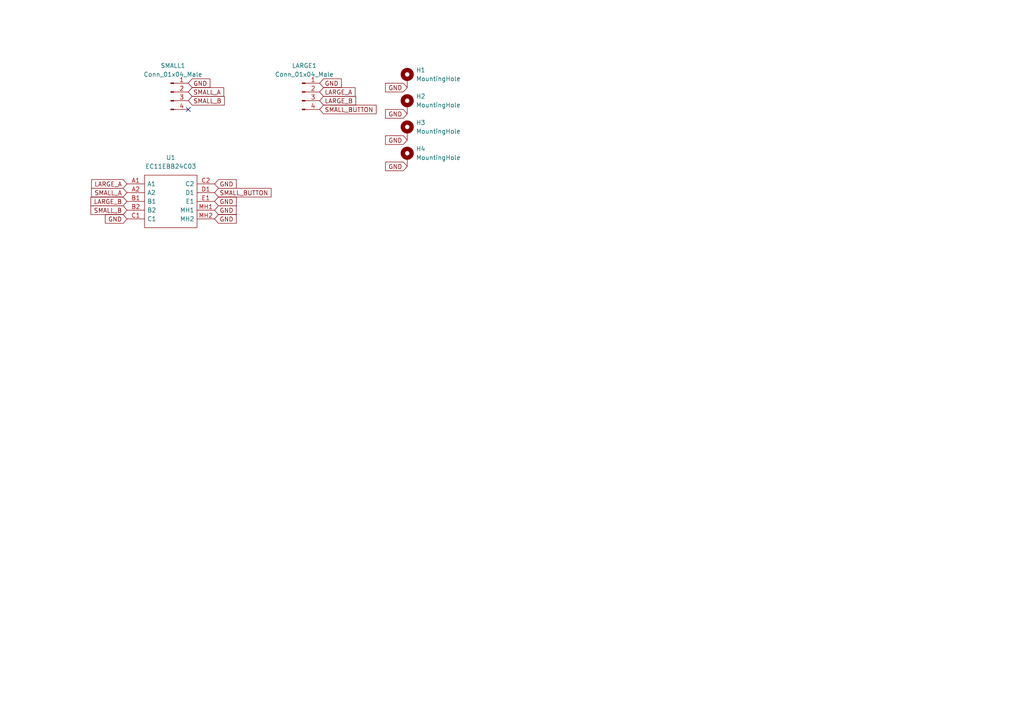
<source format=kicad_sch>
(kicad_sch (version 20230121) (generator eeschema)

  (uuid d04844d1-8779-4547-9d30-86688eb51b8d)

  (paper "A4")

  (lib_symbols
    (symbol "Connector:Conn_01x04_Male" (pin_names (offset 1.016) hide) (in_bom yes) (on_board yes)
      (property "Reference" "J" (at 0 5.08 0)
        (effects (font (size 1.27 1.27)))
      )
      (property "Value" "Conn_01x04_Male" (at 0 -7.62 0)
        (effects (font (size 1.27 1.27)))
      )
      (property "Footprint" "" (at 0 0 0)
        (effects (font (size 1.27 1.27)) hide)
      )
      (property "Datasheet" "~" (at 0 0 0)
        (effects (font (size 1.27 1.27)) hide)
      )
      (property "ki_keywords" "connector" (at 0 0 0)
        (effects (font (size 1.27 1.27)) hide)
      )
      (property "ki_description" "Generic connector, single row, 01x04, script generated (kicad-library-utils/schlib/autogen/connector/)" (at 0 0 0)
        (effects (font (size 1.27 1.27)) hide)
      )
      (property "ki_fp_filters" "Connector*:*_1x??_*" (at 0 0 0)
        (effects (font (size 1.27 1.27)) hide)
      )
      (symbol "Conn_01x04_Male_1_1"
        (polyline
          (pts
            (xy 1.27 -5.08)
            (xy 0.8636 -5.08)
          )
          (stroke (width 0.1524) (type default))
          (fill (type none))
        )
        (polyline
          (pts
            (xy 1.27 -2.54)
            (xy 0.8636 -2.54)
          )
          (stroke (width 0.1524) (type default))
          (fill (type none))
        )
        (polyline
          (pts
            (xy 1.27 0)
            (xy 0.8636 0)
          )
          (stroke (width 0.1524) (type default))
          (fill (type none))
        )
        (polyline
          (pts
            (xy 1.27 2.54)
            (xy 0.8636 2.54)
          )
          (stroke (width 0.1524) (type default))
          (fill (type none))
        )
        (rectangle (start 0.8636 -4.953) (end 0 -5.207)
          (stroke (width 0.1524) (type default))
          (fill (type outline))
        )
        (rectangle (start 0.8636 -2.413) (end 0 -2.667)
          (stroke (width 0.1524) (type default))
          (fill (type outline))
        )
        (rectangle (start 0.8636 0.127) (end 0 -0.127)
          (stroke (width 0.1524) (type default))
          (fill (type outline))
        )
        (rectangle (start 0.8636 2.667) (end 0 2.413)
          (stroke (width 0.1524) (type default))
          (fill (type outline))
        )
        (pin passive line (at 5.08 2.54 180) (length 3.81)
          (name "Pin_1" (effects (font (size 1.27 1.27))))
          (number "1" (effects (font (size 1.27 1.27))))
        )
        (pin passive line (at 5.08 0 180) (length 3.81)
          (name "Pin_2" (effects (font (size 1.27 1.27))))
          (number "2" (effects (font (size 1.27 1.27))))
        )
        (pin passive line (at 5.08 -2.54 180) (length 3.81)
          (name "Pin_3" (effects (font (size 1.27 1.27))))
          (number "3" (effects (font (size 1.27 1.27))))
        )
        (pin passive line (at 5.08 -5.08 180) (length 3.81)
          (name "Pin_4" (effects (font (size 1.27 1.27))))
          (number "4" (effects (font (size 1.27 1.27))))
        )
      )
    )
    (symbol "EC11EBB24C03:EC11EBB24C03" (pin_names (offset 0.762)) (in_bom yes) (on_board yes)
      (property "Reference" "U" (at 21.59 7.62 0)
        (effects (font (size 1.27 1.27)) (justify left))
      )
      (property "Value" "EC11EBB24C03" (at 21.59 5.08 0)
        (effects (font (size 1.27 1.27)) (justify left))
      )
      (property "Footprint" "EC11EBB24C03" (at 21.59 2.54 0)
        (effects (font (size 1.27 1.27)) (justify left) hide)
      )
      (property "Datasheet" "https://componentsearchengine.com/Datasheets/2/EC11EBB24C03.pdf" (at 21.59 0 0)
        (effects (font (size 1.27 1.27)) (justify left) hide)
      )
      (property "Description" "Alps 15 Pulse Incremental Mechanical Rotary Encoder with a 3.5 (Inner Shaft) mm, 6 (Outer Shaft) mm" (at 21.59 -2.54 0)
        (effects (font (size 1.27 1.27)) (justify left) hide)
      )
      (property "Height" "33" (at 21.59 -5.08 0)
        (effects (font (size 1.27 1.27)) (justify left) hide)
      )
      (property "Manufacturer_Name" "ALPS Electric" (at 21.59 -7.62 0)
        (effects (font (size 1.27 1.27)) (justify left) hide)
      )
      (property "Manufacturer_Part_Number" "EC11EBB24C03" (at 21.59 -10.16 0)
        (effects (font (size 1.27 1.27)) (justify left) hide)
      )
      (property "Mouser Part Number" "688-EC11EBB24C03" (at 21.59 -12.7 0)
        (effects (font (size 1.27 1.27)) (justify left) hide)
      )
      (property "Mouser Price/Stock" "https://www.mouser.co.uk/ProductDetail/Alps-Alpine/EC11EBB24C03?qs=m0BA540hBPc5hAJ6UyzIrA%3D%3D" (at 21.59 -15.24 0)
        (effects (font (size 1.27 1.27)) (justify left) hide)
      )
      (property "Arrow Part Number" "" (at 21.59 -17.78 0)
        (effects (font (size 1.27 1.27)) (justify left) hide)
      )
      (property "Arrow Price/Stock" "" (at 21.59 -20.32 0)
        (effects (font (size 1.27 1.27)) (justify left) hide)
      )
      (property "Mouser Testing Part Number" "" (at 21.59 -22.86 0)
        (effects (font (size 1.27 1.27)) (justify left) hide)
      )
      (property "Mouser Testing Price/Stock" "" (at 21.59 -25.4 0)
        (effects (font (size 1.27 1.27)) (justify left) hide)
      )
      (property "ki_description" "Alps 15 Pulse Incremental Mechanical Rotary Encoder with a 3.5 (Inner Shaft) mm, 6 (Outer Shaft) mm" (at 0 0 0)
        (effects (font (size 1.27 1.27)) hide)
      )
      (symbol "EC11EBB24C03_0_0"
        (pin passive line (at 0 0 0) (length 5.08)
          (name "A1" (effects (font (size 1.27 1.27))))
          (number "A1" (effects (font (size 1.27 1.27))))
        )
        (pin passive line (at 0 -2.54 0) (length 5.08)
          (name "A2" (effects (font (size 1.27 1.27))))
          (number "A2" (effects (font (size 1.27 1.27))))
        )
        (pin passive line (at 0 -5.08 0) (length 5.08)
          (name "B1" (effects (font (size 1.27 1.27))))
          (number "B1" (effects (font (size 1.27 1.27))))
        )
        (pin passive line (at 0 -7.62 0) (length 5.08)
          (name "B2" (effects (font (size 1.27 1.27))))
          (number "B2" (effects (font (size 1.27 1.27))))
        )
        (pin passive line (at 0 -10.16 0) (length 5.08)
          (name "C1" (effects (font (size 1.27 1.27))))
          (number "C1" (effects (font (size 1.27 1.27))))
        )
        (pin passive line (at 25.4 0 180) (length 5.08)
          (name "C2" (effects (font (size 1.27 1.27))))
          (number "C2" (effects (font (size 1.27 1.27))))
        )
        (pin passive line (at 25.4 -2.54 180) (length 5.08)
          (name "D1" (effects (font (size 1.27 1.27))))
          (number "D1" (effects (font (size 1.27 1.27))))
        )
        (pin passive line (at 25.4 -5.08 180) (length 5.08)
          (name "E1" (effects (font (size 1.27 1.27))))
          (number "E1" (effects (font (size 1.27 1.27))))
        )
        (pin passive line (at 25.4 -7.62 180) (length 5.08)
          (name "MH1" (effects (font (size 1.27 1.27))))
          (number "MH1" (effects (font (size 1.27 1.27))))
        )
        (pin passive line (at 25.4 -10.16 180) (length 5.08)
          (name "MH2" (effects (font (size 1.27 1.27))))
          (number "MH2" (effects (font (size 1.27 1.27))))
        )
      )
      (symbol "EC11EBB24C03_0_1"
        (polyline
          (pts
            (xy 5.08 2.54)
            (xy 20.32 2.54)
            (xy 20.32 -12.7)
            (xy 5.08 -12.7)
            (xy 5.08 2.54)
          )
          (stroke (width 0.1524) (type default))
          (fill (type none))
        )
      )
    )
    (symbol "Mechanical:MountingHole_Pad" (pin_numbers hide) (pin_names (offset 1.016) hide) (in_bom yes) (on_board yes)
      (property "Reference" "H" (at 0 6.35 0)
        (effects (font (size 1.27 1.27)))
      )
      (property "Value" "MountingHole_Pad" (at 0 4.445 0)
        (effects (font (size 1.27 1.27)))
      )
      (property "Footprint" "" (at 0 0 0)
        (effects (font (size 1.27 1.27)) hide)
      )
      (property "Datasheet" "~" (at 0 0 0)
        (effects (font (size 1.27 1.27)) hide)
      )
      (property "ki_keywords" "mounting hole" (at 0 0 0)
        (effects (font (size 1.27 1.27)) hide)
      )
      (property "ki_description" "Mounting Hole with connection" (at 0 0 0)
        (effects (font (size 1.27 1.27)) hide)
      )
      (property "ki_fp_filters" "MountingHole*Pad*" (at 0 0 0)
        (effects (font (size 1.27 1.27)) hide)
      )
      (symbol "MountingHole_Pad_0_1"
        (circle (center 0 1.27) (radius 1.27)
          (stroke (width 1.27) (type default))
          (fill (type none))
        )
      )
      (symbol "MountingHole_Pad_1_1"
        (pin input line (at 0 -2.54 90) (length 2.54)
          (name "1" (effects (font (size 1.27 1.27))))
          (number "1" (effects (font (size 1.27 1.27))))
        )
      )
    )
  )


  (no_connect (at 54.61 31.75) (uuid f691f9e3-80b8-4854-90b9-a9f5450e6444))

  (global_label "GND" (shape input) (at 36.83 63.5 180) (fields_autoplaced)
    (effects (font (size 1.27 1.27)) (justify right))
    (uuid 07110ea8-509e-430e-803f-48cfcbb286e3)
    (property "Intersheetrefs" "${INTERSHEET_REFS}" (at 30.5464 63.4206 0)
      (effects (font (size 1.27 1.27)) (justify right) hide)
    )
  )
  (global_label "GND" (shape input) (at 62.23 63.5 0) (fields_autoplaced)
    (effects (font (size 1.27 1.27)) (justify left))
    (uuid 18ec03b9-2a27-47c8-abaa-d48af9393865)
    (property "Intersheetrefs" "${INTERSHEET_REFS}" (at 68.5136 63.4206 0)
      (effects (font (size 1.27 1.27)) (justify left) hide)
    )
  )
  (global_label "LARGE_B" (shape input) (at 92.71 29.21 0) (fields_autoplaced)
    (effects (font (size 1.27 1.27)) (justify left))
    (uuid 2852cbc9-8065-4ffe-a034-31c0a6185214)
    (property "Intersheetrefs" "${INTERSHEET_REFS}" (at 103.1664 29.2894 0)
      (effects (font (size 1.27 1.27)) (justify left) hide)
    )
  )
  (global_label "SMALL_BUTTON" (shape input) (at 62.23 55.88 0) (fields_autoplaced)
    (effects (font (size 1.27 1.27)) (justify left))
    (uuid 34dc22da-2c43-4520-abfd-9c19b00af628)
    (property "Intersheetrefs" "${INTERSHEET_REFS}" (at 78.6131 55.8006 0)
      (effects (font (size 1.27 1.27)) (justify left) hide)
    )
  )
  (global_label "GND" (shape input) (at 118.11 25.4 180) (fields_autoplaced)
    (effects (font (size 1.27 1.27)) (justify right))
    (uuid 37224e38-b0a8-4fc3-8f4e-f13ab3a11e76)
    (property "Intersheetrefs" "${INTERSHEET_REFS}" (at 111.8264 25.4794 0)
      (effects (font (size 1.27 1.27)) (justify right) hide)
    )
  )
  (global_label "SMALL_A" (shape input) (at 54.61 26.67 0) (fields_autoplaced)
    (effects (font (size 1.27 1.27)) (justify left))
    (uuid 399832a3-5e2f-490b-ae5c-2458a33aaed0)
    (property "Intersheetrefs" "${INTERSHEET_REFS}" (at 64.885 26.5906 0)
      (effects (font (size 1.27 1.27)) (justify left) hide)
    )
  )
  (global_label "GND" (shape input) (at 92.71 24.13 0) (fields_autoplaced)
    (effects (font (size 1.27 1.27)) (justify left))
    (uuid 44b49774-e90c-4135-9696-a107717420a6)
    (property "Intersheetrefs" "${INTERSHEET_REFS}" (at 98.9936 24.0506 0)
      (effects (font (size 1.27 1.27)) (justify left) hide)
    )
  )
  (global_label "GND" (shape input) (at 54.61 24.13 0) (fields_autoplaced)
    (effects (font (size 1.27 1.27)) (justify left))
    (uuid 59a12dbb-fe84-4d9c-936d-e8b4294985f9)
    (property "Intersheetrefs" "${INTERSHEET_REFS}" (at 60.8936 24.0506 0)
      (effects (font (size 1.27 1.27)) (justify left) hide)
    )
  )
  (global_label "LARGE_A" (shape input) (at 92.71 26.67 0) (fields_autoplaced)
    (effects (font (size 1.27 1.27)) (justify left))
    (uuid 6e0a302f-4230-4c61-bcf0-ff3946cd7c1f)
    (property "Intersheetrefs" "${INTERSHEET_REFS}" (at 102.985 26.7494 0)
      (effects (font (size 1.27 1.27)) (justify left) hide)
    )
  )
  (global_label "SMALL_B" (shape input) (at 36.83 60.96 180) (fields_autoplaced)
    (effects (font (size 1.27 1.27)) (justify right))
    (uuid 84def831-fa1c-4ac0-b1cc-34736438d6c9)
    (property "Intersheetrefs" "${INTERSHEET_REFS}" (at 26.3736 60.8806 0)
      (effects (font (size 1.27 1.27)) (justify right) hide)
    )
  )
  (global_label "GND" (shape input) (at 62.23 53.34 0) (fields_autoplaced)
    (effects (font (size 1.27 1.27)) (justify left))
    (uuid 86da2a6b-8f7c-46dd-b7fe-54b04f70fe11)
    (property "Intersheetrefs" "${INTERSHEET_REFS}" (at 68.5136 53.2606 0)
      (effects (font (size 1.27 1.27)) (justify left) hide)
    )
  )
  (global_label "GND" (shape input) (at 118.11 33.02 180) (fields_autoplaced)
    (effects (font (size 1.27 1.27)) (justify right))
    (uuid 8ebbb871-eb23-4217-8401-ff5050553f3f)
    (property "Intersheetrefs" "${INTERSHEET_REFS}" (at 111.8264 33.0994 0)
      (effects (font (size 1.27 1.27)) (justify right) hide)
    )
  )
  (global_label "SMALL_A" (shape input) (at 36.83 55.88 180) (fields_autoplaced)
    (effects (font (size 1.27 1.27)) (justify right))
    (uuid 9adc22f5-f0a2-425a-a8f4-a2de95a15e4b)
    (property "Intersheetrefs" "${INTERSHEET_REFS}" (at 26.555 55.8006 0)
      (effects (font (size 1.27 1.27)) (justify right) hide)
    )
  )
  (global_label "LARGE_A" (shape input) (at 36.83 53.34 180) (fields_autoplaced)
    (effects (font (size 1.27 1.27)) (justify right))
    (uuid a0eeeeb9-cbc2-4bb9-a8a9-99ed9b8123bf)
    (property "Intersheetrefs" "${INTERSHEET_REFS}" (at 26.555 53.4194 0)
      (effects (font (size 1.27 1.27)) (justify right) hide)
    )
  )
  (global_label "GND" (shape input) (at 62.23 58.42 0) (fields_autoplaced)
    (effects (font (size 1.27 1.27)) (justify left))
    (uuid a97ad7c7-cb74-43a8-9c75-6622823ee27a)
    (property "Intersheetrefs" "${INTERSHEET_REFS}" (at 68.5136 58.3406 0)
      (effects (font (size 1.27 1.27)) (justify left) hide)
    )
  )
  (global_label "LARGE_B" (shape input) (at 36.83 58.42 180) (fields_autoplaced)
    (effects (font (size 1.27 1.27)) (justify right))
    (uuid b69cbe14-7d9c-4654-99f2-3e57ef09540d)
    (property "Intersheetrefs" "${INTERSHEET_REFS}" (at 26.3736 58.4994 0)
      (effects (font (size 1.27 1.27)) (justify right) hide)
    )
  )
  (global_label "GND" (shape input) (at 118.11 40.64 180) (fields_autoplaced)
    (effects (font (size 1.27 1.27)) (justify right))
    (uuid db6626d8-11d3-48c2-bec3-53ba8e2460b3)
    (property "Intersheetrefs" "${INTERSHEET_REFS}" (at 111.8264 40.7194 0)
      (effects (font (size 1.27 1.27)) (justify right) hide)
    )
  )
  (global_label "GND" (shape input) (at 118.11 48.26 180) (fields_autoplaced)
    (effects (font (size 1.27 1.27)) (justify right))
    (uuid dc83de48-ea9e-4d73-a3c3-9ac7006d5f43)
    (property "Intersheetrefs" "${INTERSHEET_REFS}" (at 111.8264 48.3394 0)
      (effects (font (size 1.27 1.27)) (justify right) hide)
    )
  )
  (global_label "SMALL_BUTTON" (shape input) (at 92.71 31.75 0) (fields_autoplaced)
    (effects (font (size 1.27 1.27)) (justify left))
    (uuid e7009714-1636-4eb2-9057-369cf0e691cf)
    (property "Intersheetrefs" "${INTERSHEET_REFS}" (at 109.0931 31.8294 0)
      (effects (font (size 1.27 1.27)) (justify left) hide)
    )
  )
  (global_label "GND" (shape input) (at 62.23 60.96 0) (fields_autoplaced)
    (effects (font (size 1.27 1.27)) (justify left))
    (uuid ebb45542-21e8-4a93-88af-83652722b428)
    (property "Intersheetrefs" "${INTERSHEET_REFS}" (at 68.5136 60.8806 0)
      (effects (font (size 1.27 1.27)) (justify left) hide)
    )
  )
  (global_label "SMALL_B" (shape input) (at 54.61 29.21 0) (fields_autoplaced)
    (effects (font (size 1.27 1.27)) (justify left))
    (uuid ef07331f-760a-48bd-a844-8ea040f6b95f)
    (property "Intersheetrefs" "${INTERSHEET_REFS}" (at 65.0664 29.1306 0)
      (effects (font (size 1.27 1.27)) (justify left) hide)
    )
  )

  (symbol (lib_id "Mechanical:MountingHole_Pad") (at 118.11 38.1 0) (unit 1)
    (in_bom yes) (on_board yes) (dnp no) (fields_autoplaced)
    (uuid 33641487-c4ff-4a53-8c2a-2f84f6ab0d9b)
    (property "Reference" "H3" (at 120.65 35.5599 0)
      (effects (font (size 1.27 1.27)) (justify left))
    )
    (property "Value" "MountingHole" (at 120.65 38.0999 0)
      (effects (font (size 1.27 1.27)) (justify left))
    )
    (property "Footprint" "MountingHole:MountingHole_3.2mm_M3_ISO14580_Pad_TopBottom" (at 118.11 38.1 0)
      (effects (font (size 1.27 1.27)) hide)
    )
    (property "Datasheet" "~" (at 118.11 38.1 0)
      (effects (font (size 1.27 1.27)) hide)
    )
    (pin "1" (uuid 0de3ba3a-98de-4990-a440-3b9f96db4beb))
    (instances
      (project "dual-encoder-board"
        (path "/d04844d1-8779-4547-9d30-86688eb51b8d"
          (reference "H3") (unit 1)
        )
      )
    )
  )

  (symbol (lib_id "Connector:Conn_01x04_Male") (at 49.53 26.67 0) (unit 1)
    (in_bom yes) (on_board yes) (dnp no) (fields_autoplaced)
    (uuid 3f2afa64-5c7c-474a-b1a2-0c259185c144)
    (property "Reference" "SMALL1" (at 50.165 19.05 0)
      (effects (font (size 1.27 1.27)))
    )
    (property "Value" "Conn_01x04_Male" (at 50.165 21.59 0)
      (effects (font (size 1.27 1.27)))
    )
    (property "Footprint" "Connector_JST:JST_XH_B4B-XH-A_1x04_P2.50mm_Vertical" (at 49.53 26.67 0)
      (effects (font (size 1.27 1.27)) hide)
    )
    (property "Datasheet" "~" (at 49.53 26.67 0)
      (effects (font (size 1.27 1.27)) hide)
    )
    (pin "1" (uuid 40f8d803-6255-43e3-9069-94aedc5fe92b))
    (pin "2" (uuid 8dd3b52f-51bc-4095-b9a4-83255f092d79))
    (pin "3" (uuid f2db3a66-a3e5-498d-b051-ea6b2239973f))
    (pin "4" (uuid 4bf278a7-e668-4faf-a009-3448a6de2399))
    (instances
      (project "dual-encoder-board"
        (path "/d04844d1-8779-4547-9d30-86688eb51b8d"
          (reference "SMALL1") (unit 1)
        )
      )
    )
  )

  (symbol (lib_id "Mechanical:MountingHole_Pad") (at 118.11 30.48 0) (unit 1)
    (in_bom yes) (on_board yes) (dnp no) (fields_autoplaced)
    (uuid 626aa119-381c-45a9-b4d7-8cea2ea28f86)
    (property "Reference" "H2" (at 120.65 27.9399 0)
      (effects (font (size 1.27 1.27)) (justify left))
    )
    (property "Value" "MountingHole" (at 120.65 30.4799 0)
      (effects (font (size 1.27 1.27)) (justify left))
    )
    (property "Footprint" "MountingHole:MountingHole_3.2mm_M3_ISO14580_Pad_TopBottom" (at 118.11 30.48 0)
      (effects (font (size 1.27 1.27)) hide)
    )
    (property "Datasheet" "~" (at 118.11 30.48 0)
      (effects (font (size 1.27 1.27)) hide)
    )
    (pin "1" (uuid 5e5cff79-ff83-49be-8f65-8967a65a8115))
    (instances
      (project "dual-encoder-board"
        (path "/d04844d1-8779-4547-9d30-86688eb51b8d"
          (reference "H2") (unit 1)
        )
      )
    )
  )

  (symbol (lib_id "Mechanical:MountingHole_Pad") (at 118.11 22.86 0) (unit 1)
    (in_bom yes) (on_board yes) (dnp no) (fields_autoplaced)
    (uuid 9c33dac7-66b2-4cdd-a0fc-ef1e5d2e59c7)
    (property "Reference" "H1" (at 120.65 20.3199 0)
      (effects (font (size 1.27 1.27)) (justify left))
    )
    (property "Value" "MountingHole" (at 120.65 22.8599 0)
      (effects (font (size 1.27 1.27)) (justify left))
    )
    (property "Footprint" "MountingHole:MountingHole_3.2mm_M3_ISO14580_Pad_TopBottom" (at 118.11 22.86 0)
      (effects (font (size 1.27 1.27)) hide)
    )
    (property "Datasheet" "~" (at 118.11 22.86 0)
      (effects (font (size 1.27 1.27)) hide)
    )
    (pin "1" (uuid 0e0dabdb-7175-4002-8b56-b878b9065770))
    (instances
      (project "dual-encoder-board"
        (path "/d04844d1-8779-4547-9d30-86688eb51b8d"
          (reference "H1") (unit 1)
        )
      )
    )
  )

  (symbol (lib_id "Connector:Conn_01x04_Male") (at 87.63 26.67 0) (unit 1)
    (in_bom yes) (on_board yes) (dnp no) (fields_autoplaced)
    (uuid ac7b8338-d8bb-4e94-ac47-228b205b8457)
    (property "Reference" "LARGE1" (at 88.265 19.05 0)
      (effects (font (size 1.27 1.27)))
    )
    (property "Value" "Conn_01x04_Male" (at 88.265 21.59 0)
      (effects (font (size 1.27 1.27)))
    )
    (property "Footprint" "Connector_JST:JST_XH_B4B-XH-A_1x04_P2.50mm_Vertical" (at 87.63 26.67 0)
      (effects (font (size 1.27 1.27)) hide)
    )
    (property "Datasheet" "~" (at 87.63 26.67 0)
      (effects (font (size 1.27 1.27)) hide)
    )
    (pin "1" (uuid 6a62d50f-9d7d-4edc-806d-46c99c136b78))
    (pin "2" (uuid 0db2565a-a353-407c-b744-42fd37ba9cec))
    (pin "3" (uuid 4993e812-29a9-41c7-9da0-692d1bb473d0))
    (pin "4" (uuid 81ffea99-7941-457e-ba08-b360f825a302))
    (instances
      (project "dual-encoder-board"
        (path "/d04844d1-8779-4547-9d30-86688eb51b8d"
          (reference "LARGE1") (unit 1)
        )
      )
    )
  )

  (symbol (lib_id "Mechanical:MountingHole_Pad") (at 118.11 45.72 0) (unit 1)
    (in_bom yes) (on_board yes) (dnp no) (fields_autoplaced)
    (uuid afd2d753-ec0f-4699-a932-2e075254f9e5)
    (property "Reference" "H4" (at 120.65 43.1799 0)
      (effects (font (size 1.27 1.27)) (justify left))
    )
    (property "Value" "MountingHole" (at 120.65 45.7199 0)
      (effects (font (size 1.27 1.27)) (justify left))
    )
    (property "Footprint" "MountingHole:MountingHole_3.2mm_M3_ISO14580_Pad_TopBottom" (at 118.11 45.72 0)
      (effects (font (size 1.27 1.27)) hide)
    )
    (property "Datasheet" "~" (at 118.11 45.72 0)
      (effects (font (size 1.27 1.27)) hide)
    )
    (pin "1" (uuid 4f2b9cef-c5b0-46db-8e4b-7a74297af5bd))
    (instances
      (project "dual-encoder-board"
        (path "/d04844d1-8779-4547-9d30-86688eb51b8d"
          (reference "H4") (unit 1)
        )
      )
    )
  )

  (symbol (lib_id "EC11EBB24C03:EC11EBB24C03") (at 36.83 53.34 0) (unit 1)
    (in_bom yes) (on_board yes) (dnp no) (fields_autoplaced)
    (uuid f2da196b-1129-45ff-87a9-766c61c1c675)
    (property "Reference" "U1" (at 49.53 45.72 0)
      (effects (font (size 1.27 1.27)))
    )
    (property "Value" "EC11EBB24C03" (at 49.53 48.26 0)
      (effects (font (size 1.27 1.27)))
    )
    (property "Footprint" "EC11EBB24C03" (at 58.42 50.8 0)
      (effects (font (size 1.27 1.27)) (justify left) hide)
    )
    (property "Datasheet" "https://componentsearchengine.com/Datasheets/2/EC11EBB24C03.pdf" (at 58.42 53.34 0)
      (effects (font (size 1.27 1.27)) (justify left) hide)
    )
    (property "Description" "Alps 15 Pulse Incremental Mechanical Rotary Encoder with a 3.5 (Inner Shaft) mm, 6 (Outer Shaft) mm" (at 58.42 55.88 0)
      (effects (font (size 1.27 1.27)) (justify left) hide)
    )
    (property "Height" "33" (at 58.42 58.42 0)
      (effects (font (size 1.27 1.27)) (justify left) hide)
    )
    (property "Manufacturer_Name" "ALPS Electric" (at 58.42 60.96 0)
      (effects (font (size 1.27 1.27)) (justify left) hide)
    )
    (property "Manufacturer_Part_Number" "EC11EBB24C03" (at 58.42 63.5 0)
      (effects (font (size 1.27 1.27)) (justify left) hide)
    )
    (property "Mouser Part Number" "688-EC11EBB24C03" (at 58.42 66.04 0)
      (effects (font (size 1.27 1.27)) (justify left) hide)
    )
    (property "Mouser Price/Stock" "https://www.mouser.co.uk/ProductDetail/Alps-Alpine/EC11EBB24C03?qs=m0BA540hBPc5hAJ6UyzIrA%3D%3D" (at 58.42 68.58 0)
      (effects (font (size 1.27 1.27)) (justify left) hide)
    )
    (property "Arrow Part Number" "" (at 58.42 71.12 0)
      (effects (font (size 1.27 1.27)) (justify left) hide)
    )
    (property "Arrow Price/Stock" "" (at 58.42 73.66 0)
      (effects (font (size 1.27 1.27)) (justify left) hide)
    )
    (property "Mouser Testing Part Number" "" (at 58.42 76.2 0)
      (effects (font (size 1.27 1.27)) (justify left) hide)
    )
    (property "Mouser Testing Price/Stock" "" (at 58.42 78.74 0)
      (effects (font (size 1.27 1.27)) (justify left) hide)
    )
    (pin "A1" (uuid 3c38eb9a-7ca0-4ee5-a0b7-752588ae08b1))
    (pin "A2" (uuid 0dfa8ab3-7201-4836-b700-1a501b9cd51b))
    (pin "B1" (uuid a47be80b-cbb5-4e4b-bf9b-1c18ed5568ac))
    (pin "B2" (uuid 37cdccb6-6f3f-4fa7-82cc-fd1e5a787b37))
    (pin "C1" (uuid 89005493-b5da-4ecc-850c-c1fb3bb4bbda))
    (pin "C2" (uuid 29c06f2c-37b0-40a8-af0d-9e554a42f8d1))
    (pin "D1" (uuid 19086711-2d9c-4e15-9ad4-3ffca5ee519c))
    (pin "E1" (uuid 97aecccf-f27e-4e07-9737-4868d1ec80c3))
    (pin "MH1" (uuid 1f1fe3f9-c107-41ec-8f85-e70ea0e03ecf))
    (pin "MH2" (uuid 88df9003-4e89-45f8-b92d-3035b7df718e))
    (instances
      (project "dual-encoder-board"
        (path "/d04844d1-8779-4547-9d30-86688eb51b8d"
          (reference "U1") (unit 1)
        )
      )
    )
  )

  (sheet_instances
    (path "/" (page "1"))
  )
)

</source>
